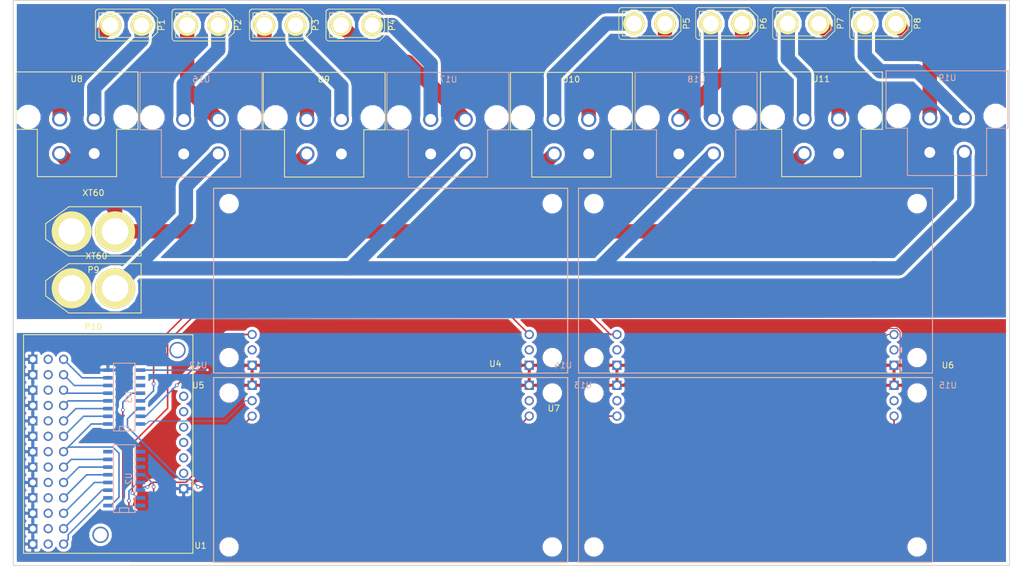
<source format=kicad_pcb>
(kicad_pcb (version 4) (host pcbnew 4.0.7-e2-6376~58~ubuntu16.04.1)
  (layers (0 F.Cu signal) (31 B.Cu signal) (34 B.Paste user) (35 F.Paste user) (36 B.SilkS user) (37 F.SilkS user) (38 B.Mask user) (39 F.Mask user) (44 Edge.Cuts user))
  (net 0 "")
  (net 1 /OUTB_0)
  (net 2 /OUTA_0)
  (net 3 /OUTB_4)
  (net 4 /OUTA_4)
  (net 5 /OUTB_1)
  (net 6 /OUTA_1)
  (net 7 /OUTB_5)
  (net 8 /OUTA_5)
  (net 9 /OUTB_2)
  (net 10 /OUTA_2)
  (net 11 /OUTB_6)
  (net 12 /OUTA_6)
  (net 13 /OUTB_3)
  (net 14 /OUTA_3)
  (net 15 /OUTB_7)
  (net 16 /OUTA_7)
  (net 17 "Net-(U2-Pad16)")
  (net 18 /signal1)
  (net 19 /signal2)
  (net 20 /signal3)
  (net 21 /signal4)
  (net 22 /signal5)
  (net 23 GNDA)
  (net 24 GNDD)
  (net 25 +5V)
  (net 26 /signal0)
  (net 27 /signal7)
  (net 28 /signal8)
  (net 29 /signal9)
  (net 30 /signal10)
  (net 31 /signal11)
  (net 32 /BATTIN_0)
  (net 33 /BATTIN_1)
  (net 34 "Net-(U1-Pad11)")
  (net 35 "Net-(U1-Pad12)")
  (net 36 "Net-(U1-Pad13)")
  (net 37 "Net-(U1-Pad14)")
  (net 38 "Net-(U1-Pad15)")
  (net 39 "Net-(U1-Pad16)")
  (net 40 "Net-(U1-Pad17)")
  (net 41 "Net-(U1-Pad18)")
  (net 42 "Net-(U1-Pad19)")
  (net 43 "Net-(U1-Pad20)")
  (net 44 "Net-(U1-Pad21)")
  (net 45 "Net-(U1-Pad22)")
  (net 46 "Net-(U6-Pad1)")
  (net 47 "Net-(U7-Pad1)")
  (net 48 "Net-(U12-Pad1)")
  (net 49 "Net-(U13-Pad1)")
  (net 50 "Net-(U14-Pad1)")
  (net 51 "Net-(U15-Pad1)")
  (net 52 "Net-(U1-Pad8)")
  (net 53 "Net-(U1-Pad7)")
  (net 54 "Net-(U1-Pad6)")
  (net 55 "Net-(U1-Pad5)")
  (net 56 "Net-(U1-Pad4)")
  (net 57 "Net-(U1-Pad1)")
  (net 58 /signal6)
  (net 59 /BATTGND)
  (net 60 "Net-(U4-Pad1)")
  (module zeabus:PowerDist_WiretoBoard (layer F.Cu) (at 88.84 66.69)
    (fp_text reference U9 (at 12.394 3.231) (layer F.SilkS))
    (fp_text value PowerDist_WiretoBoard)
    (pad 3 thru_hole circle (at 9.6 9.835) (size 2.5 2.5) (drill 1.8) (layers *.Cu *.Mask) (net 6 /OUTA_1))
    (pad 4 thru_hole circle (at 15.3 9.835) (size 2.5 2.5) (drill 1.8) (layers *.Cu *.Mask) (net 5 /OUTB_1))
    (pad 1 thru_hole circle (at 9.6 15.535) (size 2.5 2.5) (drill 1.8) (layers *.Cu *.Mask) (net 32 /BATTIN_0))
    (pad 2 thru_hole circle (at 15.3 15.535) (size 2.5 2.5) (drill 1.8) (layers *.Cu *.Mask) (net 59 /BATTGND))
    (pad "" np_thru_hole circle (at 20.47 9.51) (size 3 3) (drill 3) (layers *.Cu *.Mask))
    (pad "" np_thru_hole circle (at 4.43 9.51) (size 3 3) (drill 3) (layers *.Cu *.Mask))
  )
  (module zeabus:Pololu_Maestro12 (layer F.Cu) (at 79.63399 148.114324 180)
    (fp_text reference U1 (at -1.27 1.27 180) (layer F.SilkS))
    (fp_text value Pololu_Maestro12)
    (pad "" np_thru_hole circle (at 2.54 33.528 180) (size 2.6924 2.6924) (drill 2.1844) (layers *.Cu *.Mask))
    (pad "" np_thru_hole circle (at 15.24 3.048 180) (size 2.6924 2.6924) (drill 2.1844) (layers *.Cu *.Mask))
    (pad 9 thru_hole rect (at 26.416 1.524 180) (size 1.524 1.524) (drill 1.016) (layers *.Cu *.Mask) (net 24 GNDD))
    (pad 11 thru_hole circle (at 21.336 1.524 180) (size 1.524 1.524) (drill 1.016) (layers *.Cu *.Mask) (net 34 "Net-(U1-Pad11)"))
    (pad 8 thru_hole circle (at 1.524 25.908 180) (size 1.524 1.524) (drill 1.016) (layers *.Cu *.Mask) (net 52 "Net-(U1-Pad8)"))
    (pad 7 thru_hole circle (at 1.524 23.368 180) (size 1.524 1.524) (drill 1.016) (layers *.Cu *.Mask) (net 53 "Net-(U1-Pad7)"))
    (pad 6 thru_hole circle (at 1.524 20.828 180) (size 1.524 1.524) (drill 1.016) (layers *.Cu *.Mask) (net 54 "Net-(U1-Pad6)"))
    (pad 5 thru_hole circle (at 1.524 18.288 180) (size 1.524 1.524) (drill 1.016) (layers *.Cu *.Mask) (net 55 "Net-(U1-Pad5)"))
    (pad 4 thru_hole circle (at 1.524 15.748 180) (size 1.524 1.524) (drill 1.016) (layers *.Cu *.Mask) (net 56 "Net-(U1-Pad4)"))
    (pad 1 thru_hole circle (at 1.524 13.208 180) (size 1.524 1.524) (drill 1.016) (layers *.Cu *.Mask) (net 57 "Net-(U1-Pad1)"))
    (pad 10 thru_hole rect (at 1.524 10.668 180) (size 1.524 1.524) (drill 1.016) (layers *.Cu *.Mask) (net 24 GNDD))
    (pad "" thru_hole circle (at 23.876 1.524 180) (size 1.524 1.524) (drill 1.016) (layers *.Cu *.Mask))
    (pad 12 thru_hole circle (at 21.336 4.064 180) (size 1.524 1.524) (drill 1.016) (layers *.Cu *.Mask) (net 35 "Net-(U1-Pad12)"))
    (pad "" thru_hole circle (at 23.876 4.064 180) (size 1.524 1.524) (drill 1.016) (layers *.Cu *.Mask))
    (pad 13 thru_hole circle (at 21.336 6.604 180) (size 1.524 1.524) (drill 1.016) (layers *.Cu *.Mask) (net 36 "Net-(U1-Pad13)"))
    (pad "" thru_hole circle (at 23.876 6.604 180) (size 1.524 1.524) (drill 1.016) (layers *.Cu *.Mask))
    (pad 14 thru_hole circle (at 21.336 9.144 180) (size 1.524 1.524) (drill 1.016) (layers *.Cu *.Mask) (net 37 "Net-(U1-Pad14)"))
    (pad "" thru_hole circle (at 23.876 9.144 180) (size 1.524 1.524) (drill 1.016) (layers *.Cu *.Mask))
    (pad 15 thru_hole circle (at 21.336 11.684 180) (size 1.524 1.524) (drill 1.016) (layers *.Cu *.Mask) (net 38 "Net-(U1-Pad15)"))
    (pad "" thru_hole circle (at 23.876 11.684 180) (size 1.524 1.524) (drill 1.016) (layers *.Cu *.Mask))
    (pad 16 thru_hole circle (at 21.336 14.224 180) (size 1.524 1.524) (drill 1.016) (layers *.Cu *.Mask) (net 39 "Net-(U1-Pad16)"))
    (pad "" thru_hole circle (at 23.876 14.224 180) (size 1.524 1.524) (drill 1.016) (layers *.Cu *.Mask))
    (pad 3 thru_hole circle (at 21.336 16.764 180) (size 1.524 1.524) (drill 1.016) (layers *.Cu *.Mask) (net 25 +5V))
    (pad "" thru_hole circle (at 23.876 16.764 180) (size 1.524 1.524) (drill 1.016) (layers *.Cu *.Mask))
    (pad 17 thru_hole circle (at 21.336 19.304 180) (size 1.524 1.524) (drill 1.016) (layers *.Cu *.Mask) (net 40 "Net-(U1-Pad17)"))
    (pad "" thru_hole circle (at 23.876 19.304 180) (size 1.524 1.524) (drill 1.016) (layers *.Cu *.Mask))
    (pad 18 thru_hole circle (at 21.336 21.844 180) (size 1.524 1.524) (drill 1.016) (layers *.Cu *.Mask) (net 41 "Net-(U1-Pad18)"))
    (pad "" thru_hole circle (at 23.876 21.844 180) (size 1.524 1.524) (drill 1.016) (layers *.Cu *.Mask))
    (pad 19 thru_hole circle (at 21.336 24.384 180) (size 1.524 1.524) (drill 1.016) (layers *.Cu *.Mask) (net 42 "Net-(U1-Pad19)"))
    (pad "" thru_hole circle (at 23.876 24.384 180) (size 1.524 1.524) (drill 1.016) (layers *.Cu *.Mask))
    (pad 20 thru_hole circle (at 21.336 26.924 180) (size 1.524 1.524) (drill 1.016) (layers *.Cu *.Mask) (net 43 "Net-(U1-Pad20)"))
    (pad "" thru_hole circle (at 23.876 26.924 180) (size 1.524 1.524) (drill 1.016) (layers *.Cu *.Mask))
    (pad 21 thru_hole circle (at 21.336 29.464 180) (size 1.524 1.524) (drill 1.016) (layers *.Cu *.Mask) (net 44 "Net-(U1-Pad21)"))
    (pad "" thru_hole circle (at 23.876 29.464 180) (size 1.524 1.524) (drill 1.016) (layers *.Cu *.Mask))
    (pad 22 thru_hole circle (at 21.336 32.004 180) (size 1.524 1.524) (drill 1.016) (layers *.Cu *.Mask) (net 45 "Net-(U1-Pad22)"))
    (pad "" thru_hole circle (at 23.876 32.004 180) (size 1.524 1.524) (drill 1.016) (layers *.Cu *.Mask))
    (pad 9 thru_hole rect (at 26.416 4.064 180) (size 1.524 1.524) (drill 1.016) (layers *.Cu *.Mask) (net 24 GNDD))
    (pad 9 thru_hole rect (at 26.416 6.604 180) (size 1.524 1.524) (drill 1.016) (layers *.Cu *.Mask) (net 24 GNDD))
    (pad 9 thru_hole rect (at 26.416 9.144 180) (size 1.524 1.524) (drill 1.016) (layers *.Cu *.Mask) (net 24 GNDD))
    (pad 9 thru_hole rect (at 26.416 11.684 180) (size 1.524 1.524) (drill 1.016) (layers *.Cu *.Mask) (net 24 GNDD))
    (pad 9 thru_hole rect (at 26.416 14.224 180) (size 1.524 1.524) (drill 1.016) (layers *.Cu *.Mask) (net 24 GNDD))
    (pad 9 thru_hole rect (at 26.416 16.764 180) (size 1.524 1.524) (drill 1.016) (layers *.Cu *.Mask) (net 24 GNDD))
    (pad 9 thru_hole rect (at 26.416 19.304 180) (size 1.524 1.524) (drill 1.016) (layers *.Cu *.Mask) (net 24 GNDD))
    (pad 9 thru_hole rect (at 26.416 21.844 180) (size 1.524 1.524) (drill 1.016) (layers *.Cu *.Mask) (net 24 GNDD))
    (pad 9 thru_hole rect (at 26.416 24.384 180) (size 1.524 1.524) (drill 1.016) (layers *.Cu *.Mask) (net 24 GNDD))
    (pad 9 thru_hole rect (at 26.416 26.924 180) (size 1.524 1.524) (drill 1.016) (layers *.Cu *.Mask) (net 24 GNDD))
    (pad 9 thru_hole rect (at 26.416 29.464 180) (size 1.524 1.524) (drill 1.016) (layers *.Cu *.Mask) (net 24 GNDD))
    (pad 9 thru_hole rect (at 26.416 32.004 180) (size 1.524 1.524) (drill 1.016) (layers *.Cu *.Mask) (net 24 GNDD))
  )
  (module zeabus:XT30 (layer F.Cu) (at 68.3768 60.96 270)
    (fp_text reference P1 (at 0 -6.096 270) (layer F.SilkS))
    (fp_text value XT30)
    (pad 2 thru_hole circle (at 0 -2.794 270) (size 3.556 3.556) (drill 2.54) (layers *.Cu *.Mask F.SilkS) (net 1 /OUTB_0))
    (pad 1 thru_hole circle (at 0 2.3368 270) (size 3.556 3.556) (drill 2.6416) (layers *.Cu *.Mask F.SilkS) (net 2 /OUTA_0))
  )
  (module zeabus:XT30 (layer F.Cu) (at 81.026 60.96 270)
    (fp_text reference P2 (at 0 -6.0452 270) (layer F.SilkS))
    (fp_text value XT30)
    (pad 2 thru_hole circle (at 0 -2.794 270) (size 3.556 3.556) (drill 2.54) (layers *.Cu *.Mask F.SilkS) (net 3 /OUTB_4))
    (pad 1 thru_hole circle (at 0 2.3368 270) (size 3.556 3.556) (drill 2.6416) (layers *.Cu *.Mask F.SilkS) (net 4 /OUTA_4))
  )
  (module zeabus:XT30 (layer F.Cu) (at 93.7768 60.96 270)
    (fp_text reference P3 (at 0 -6.096 270) (layer F.SilkS))
    (fp_text value XT30)
    (pad 2 thru_hole circle (at 0 -2.794 270) (size 3.556 3.556) (drill 2.54) (layers *.Cu *.Mask F.SilkS) (net 5 /OUTB_1))
    (pad 1 thru_hole circle (at 0 2.3368 270) (size 3.556 3.556) (drill 2.6416) (layers *.Cu *.Mask F.SilkS) (net 6 /OUTA_1))
  )
  (module zeabus:XT30 (layer F.Cu) (at 106.426 60.96 270)
    (fp_text reference P4 (at 0 -6.096 270) (layer F.SilkS))
    (fp_text value XT30)
    (pad 2 thru_hole circle (at 0 -2.794 270) (size 3.556 3.556) (drill 2.54) (layers *.Cu *.Mask F.SilkS) (net 7 /OUTB_5))
    (pad 1 thru_hole circle (at 0 2.3368 270) (size 3.556 3.556) (drill 2.6416) (layers *.Cu *.Mask F.SilkS) (net 8 /OUTA_5))
  )
  (module zeabus:XT30 (layer F.Cu) (at 154.7368 60.706 270)
    (fp_text reference P5 (at 0 -6.35 270) (layer F.SilkS))
    (fp_text value XT30)
    (pad 2 thru_hole circle (at 0 -2.794 270) (size 3.556 3.556) (drill 2.54) (layers *.Cu *.Mask F.SilkS) (net 9 /OUTB_2))
    (pad 1 thru_hole circle (at 0 2.3368 270) (size 3.556 3.556) (drill 2.6416) (layers *.Cu *.Mask F.SilkS) (net 10 /OUTA_2))
  )
  (module zeabus:XT30 (layer F.Cu) (at 167.4368 60.706 270)
    (fp_text reference P6 (at 0 -6.35 270) (layer F.SilkS))
    (fp_text value XT30)
    (pad 2 thru_hole circle (at 0 -2.794 270) (size 3.556 3.556) (drill 2.54) (layers *.Cu *.Mask F.SilkS) (net 11 /OUTB_6))
    (pad 1 thru_hole circle (at 0 2.3368 270) (size 3.556 3.556) (drill 2.6416) (layers *.Cu *.Mask F.SilkS) (net 12 /OUTA_6))
  )
  (module zeabus:XT30 (layer F.Cu) (at 180.1368 60.706 270)
    (fp_text reference P7 (at 0 -6.35 270) (layer F.SilkS))
    (fp_text value XT30)
    (pad 2 thru_hole circle (at 0 -2.794 270) (size 3.556 3.556) (drill 2.54) (layers *.Cu *.Mask F.SilkS) (net 13 /OUTB_3))
    (pad 1 thru_hole circle (at 0 2.3368 270) (size 3.556 3.556) (drill 2.6416) (layers *.Cu *.Mask F.SilkS) (net 14 /OUTA_3))
  )
  (module zeabus:XT30 (layer F.Cu) (at 192.8368 60.706 270)
    (fp_text reference P8 (at 0 -6.35 270) (layer F.SilkS))
    (fp_text value XT30)
    (pad 2 thru_hole circle (at 0 -2.794 270) (size 3.556 3.556) (drill 2.54) (layers *.Cu *.Mask F.SilkS) (net 15 /OUTB_7))
    (pad 1 thru_hole circle (at 0 2.3368 270) (size 3.556 3.556) (drill 2.6416) (layers *.Cu *.Mask F.SilkS) (net 16 /OUTA_7))
  )
  (module zeabus:XT60 (layer F.Cu) (at 63.2206 94.996 180)
    (fp_text reference P9 (at 0 -6.35 180) (layer F.SilkS))
    (fp_text value XT60 (at 0 6.35 180) (layer F.SilkS))
    (pad 1 thru_hole circle (at -3.5814 0 180) (size 6.604 6.604) (drill 4.3688) (layers *.Cu *.Mask F.SilkS) (net 32 /BATTIN_0))
    (pad 2 thru_hole circle (at 3.5814 0 180) (size 6.604 6.604) (drill 4.3688) (layers *.Cu *.Mask F.SilkS) (net 59 /BATTGND))
  )
  (module zeabus:XT60 (layer F.Cu) (at 63.2206 104.394 180)
    (fp_text reference P10 (at 0 -6.35 180) (layer F.SilkS))
    (fp_text value XT60 (at -0.508 5.334 180) (layer F.SilkS))
    (pad 1 thru_hole circle (at -3.5814 0 180) (size 6.604 6.604) (drill 4.3688) (layers *.Cu *.Mask F.SilkS) (net 33 /BATTIN_1))
    (pad 2 thru_hole circle (at 3.5814 0 180) (size 6.604 6.604) (drill 4.3688) (layers *.Cu *.Mask F.SilkS) (net 59 /BATTGND))
  )
  (module zeabus:Narrow-SOIC-16 (layer B.Cu) (at 68.30399 135.795324 90)
    (fp_text reference U2 (at 0 0.762 90) (layer B.SilkS) (effects (justify mirror)))
    (fp_text value Si8660BA-B-IS1)
    (pad 16 smd rect (at -4.445 2.694 90) (size 0.6 1.55) (layers B.Cu B.Paste B.Mask) (net 17 "Net-(U2-Pad16)"))
    (pad 14 smd rect (at -1.905 2.694 90) (size 0.6 1.55) (layers B.Cu B.Paste B.Mask) (net 18 /signal1))
    (pad 13 smd rect (at -0.635 2.694 90) (size 0.6 1.55) (layers B.Cu B.Paste B.Mask) (net 19 /signal2))
    (pad 12 smd rect (at 0.635 2.694 90) (size 0.6 1.55) (layers B.Cu B.Paste B.Mask) (net 20 /signal3))
    (pad 11 smd rect (at 1.905 2.694 90) (size 0.6 1.55) (layers B.Cu B.Paste B.Mask) (net 21 /signal4))
    (pad 10 smd rect (at 3.175 2.694 90) (size 0.6 1.55) (layers B.Cu B.Paste B.Mask) (net 22 /signal5))
    (pad 9 smd rect (at 4.445 2.694 90) (size 0.6 1.55) (layers B.Cu B.Paste B.Mask) (net 23 GNDA))
    (pad 8 smd rect (at 4.445 -2.694 90) (size 0.6 1.55) (layers B.Cu B.Paste B.Mask) (net 24 GNDD))
    (pad 7 smd rect (at 3.175 -2.694 90) (size 0.6 1.55) (layers B.Cu B.Paste B.Mask) (net 39 "Net-(U1-Pad16)"))
    (pad 6 smd rect (at 1.905 -2.694 90) (size 0.6 1.55) (layers B.Cu B.Paste B.Mask) (net 38 "Net-(U1-Pad15)"))
    (pad 5 smd rect (at 0.635 -2.694 90) (size 0.6 1.55) (layers B.Cu B.Paste B.Mask) (net 37 "Net-(U1-Pad14)"))
    (pad 4 smd rect (at -0.635 -2.694 90) (size 0.6 1.55) (layers B.Cu B.Paste B.Mask) (net 36 "Net-(U1-Pad13)"))
    (pad 3 smd rect (at -1.905 -2.694 90) (size 0.6 1.55) (layers B.Cu B.Paste B.Mask) (net 35 "Net-(U1-Pad12)"))
    (pad 2 smd rect (at -3.175 -2.694 90) (size 0.6 1.55) (layers B.Cu B.Paste B.Mask) (net 34 "Net-(U1-Pad11)"))
    (pad 1 smd rect (at -4.445 -2.694 90) (size 0.6 1.55) (layers B.Cu B.Paste B.Mask) (net 25 +5V))
    (pad 15 smd rect (at -3.175 2.694 90) (size 0.6 1.55) (layers B.Cu B.Paste B.Mask) (net 26 /signal0))
  )
  (module zeabus:Narrow-SOIC-16 (layer B.Cu) (at 68.30399 122.333324 90)
    (fp_text reference U3 (at 0 0.762 90) (layer B.SilkS) (effects (justify mirror)))
    (fp_text value Si8660BA-B-IS1)
    (pad 16 smd rect (at -4.445 2.694 90) (size 0.6 1.55) (layers B.Cu B.Paste B.Mask) (net 17 "Net-(U2-Pad16)"))
    (pad 14 smd rect (at -1.905 2.694 90) (size 0.6 1.55) (layers B.Cu B.Paste B.Mask) (net 27 /signal7))
    (pad 13 smd rect (at -0.635 2.694 90) (size 0.6 1.55) (layers B.Cu B.Paste B.Mask) (net 28 /signal8))
    (pad 12 smd rect (at 0.635 2.694 90) (size 0.6 1.55) (layers B.Cu B.Paste B.Mask) (net 29 /signal9))
    (pad 11 smd rect (at 1.905 2.694 90) (size 0.6 1.55) (layers B.Cu B.Paste B.Mask) (net 30 /signal10))
    (pad 10 smd rect (at 3.175 2.694 90) (size 0.6 1.55) (layers B.Cu B.Paste B.Mask) (net 31 /signal11))
    (pad 9 smd rect (at 4.445 2.694 90) (size 0.6 1.55) (layers B.Cu B.Paste B.Mask) (net 23 GNDA))
    (pad 8 smd rect (at 4.445 -2.694 90) (size 0.6 1.55) (layers B.Cu B.Paste B.Mask) (net 24 GNDD))
    (pad 7 smd rect (at 3.175 -2.694 90) (size 0.6 1.55) (layers B.Cu B.Paste B.Mask) (net 45 "Net-(U1-Pad22)"))
    (pad 6 smd rect (at 1.905 -2.694 90) (size 0.6 1.55) (layers B.Cu B.Paste B.Mask) (net 44 "Net-(U1-Pad21)"))
    (pad 5 smd rect (at 0.635 -2.694 90) (size 0.6 1.55) (layers B.Cu B.Paste B.Mask) (net 43 "Net-(U1-Pad20)"))
    (pad 4 smd rect (at -0.635 -2.694 90) (size 0.6 1.55) (layers B.Cu B.Paste B.Mask) (net 42 "Net-(U1-Pad19)"))
    (pad 3 smd rect (at -1.905 -2.694 90) (size 0.6 1.55) (layers B.Cu B.Paste B.Mask) (net 41 "Net-(U1-Pad18)"))
    (pad 2 smd rect (at -3.175 -2.694 90) (size 0.6 1.55) (layers B.Cu B.Paste B.Mask) (net 40 "Net-(U1-Pad17)"))
    (pad 1 smd rect (at -4.445 -2.694 90) (size 0.6 1.55) (layers B.Cu B.Paste B.Mask) (net 25 +5V))
    (pad 15 smd rect (at -3.175 2.694 90) (size 0.6 1.55) (layers B.Cu B.Paste B.Mask) (net 58 /signal6))
  )
  (module zeabus:pololu_motorcontroller24v23 (layer F.Cu) (at 141.478 118.364 180)
    (fp_text reference U4 (at 11.938 1.524 180) (layer F.SilkS))
    (fp_text value Pololu_SimpleMotorController24v23_withnoPowerDist)
    (pad "" np_thru_hole circle (at 2.54 27.94 270) (size 2.1844 2.1844) (drill 2.1844) (layers *.Cu *.Mask))
    (pad "" np_thru_hole circle (at 2.54 2.54 270) (size 2.1844 2.1844) (drill 2.1844) (layers *.Cu *.Mask))
    (pad 3 thru_hole rect (at 6.35 1.27 180) (size 1.524 1.524) (drill 1.016) (layers *.Cu *.Mask) (net 23 GNDA))
    (pad 1 thru_hole circle (at 6.35 3.81 180) (size 1.524 1.524) (drill 1.016) (layers *.Cu *.Mask) (net 60 "Net-(U4-Pad1)"))
    (pad 2 thru_hole circle (at 6.35 6.35 180) (size 1.524 1.524) (drill 1.016) (layers *.Cu *.Mask) (net 26 /signal0))
    (pad "" np_thru_hole circle (at 55.88 27.94 270) (size 2.1844 2.1844) (drill 2.1844) (layers *.Cu *.Mask))
  )
  (module zeabus:pololu_motorcontroller24v23 (layer F.Cu) (at 83.058 119.126786)
    (fp_text reference U5 (at -2.54 1.27) (layer F.SilkS))
    (fp_text value Pololu_SimpleMotorController24v23_withnoPowerDist)
    (pad "" np_thru_hole circle (at 2.54 27.94 90) (size 2.1844 2.1844) (drill 2.1844) (layers *.Cu *.Mask))
    (pad "" np_thru_hole circle (at 2.54 2.54 90) (size 2.1844 2.1844) (drill 2.1844) (layers *.Cu *.Mask))
    (pad 3 thru_hole rect (at 6.35 1.27) (size 1.524 1.524) (drill 1.016) (layers *.Cu *.Mask) (net 23 GNDA))
    (pad 1 thru_hole circle (at 6.35 3.81) (size 1.524 1.524) (drill 1.016) (layers *.Cu *.Mask) (net 17 "Net-(U2-Pad16)"))
    (pad 2 thru_hole circle (at 6.35 6.35) (size 1.524 1.524) (drill 1.016) (layers *.Cu *.Mask) (net 18 /signal1))
    (pad "" np_thru_hole circle (at 55.88 27.94 90) (size 2.1844 2.1844) (drill 2.1844) (layers *.Cu *.Mask))
  )
  (module zeabus:pololu_motorcontroller24v23 (layer F.Cu) (at 201.676 118.364 180)
    (fp_text reference U6 (at -2.54 1.27 180) (layer F.SilkS))
    (fp_text value Pololu_SimpleMotorController24v23_withnoPowerDist)
    (pad "" np_thru_hole circle (at 2.54 27.94 270) (size 2.1844 2.1844) (drill 2.1844) (layers *.Cu *.Mask))
    (pad "" np_thru_hole circle (at 2.54 2.54 270) (size 2.1844 2.1844) (drill 2.1844) (layers *.Cu *.Mask))
    (pad 3 thru_hole rect (at 6.35 1.27 180) (size 1.524 1.524) (drill 1.016) (layers *.Cu *.Mask) (net 23 GNDA))
    (pad 1 thru_hole circle (at 6.35 3.81 180) (size 1.524 1.524) (drill 1.016) (layers *.Cu *.Mask) (net 46 "Net-(U6-Pad1)"))
    (pad 2 thru_hole circle (at 6.35 6.35 180) (size 1.524 1.524) (drill 1.016) (layers *.Cu *.Mask) (net 19 /signal2))
    (pad "" np_thru_hole circle (at 55.88 27.94 270) (size 2.1844 2.1844) (drill 2.1844) (layers *.Cu *.Mask))
  )
  (module zeabus:pololu_motorcontroller24v23 (layer F.Cu) (at 143.256 119.126)
    (fp_text reference U7 (at -4.064 5.08) (layer F.SilkS))
    (fp_text value Pololu_SimpleMotorController24v23_withnoPowerDist)
    (pad "" np_thru_hole circle (at 2.54 27.94 90) (size 2.1844 2.1844) (drill 2.1844) (layers *.Cu *.Mask))
    (pad "" np_thru_hole circle (at 2.54 2.54 90) (size 2.1844 2.1844) (drill 2.1844) (layers *.Cu *.Mask))
    (pad 3 thru_hole rect (at 6.35 1.27) (size 1.524 1.524) (drill 1.016) (layers *.Cu *.Mask) (net 23 GNDA))
    (pad 1 thru_hole circle (at 6.35 3.81) (size 1.524 1.524) (drill 1.016) (layers *.Cu *.Mask) (net 47 "Net-(U7-Pad1)"))
    (pad 2 thru_hole circle (at 6.35 6.35) (size 1.524 1.524) (drill 1.016) (layers *.Cu *.Mask) (net 20 /signal3))
    (pad "" np_thru_hole circle (at 55.88 27.94 90) (size 2.1844 2.1844) (drill 2.1844) (layers *.Cu *.Mask))
  )
  (module zeabus:pololu_motorcontroller24v23 (layer B.Cu) (at 83.058 118.364)
    (fp_text reference U12 (at -2.54 -1.27) (layer B.SilkS) (effects (justify mirror)))
    (fp_text value Pololu_SimpleMotorController24v23_withnoPowerDist)
    (pad "" np_thru_hole circle (at 2.54 -27.94 270) (size 2.1844 2.1844) (drill 2.1844) (layers *.Cu *.Mask))
    (pad "" np_thru_hole circle (at 2.54 -2.54 270) (size 2.1844 2.1844) (drill 2.1844) (layers *.Cu *.Mask))
    (pad 3 thru_hole rect (at 6.35 -1.27) (size 1.524 1.524) (drill 1.016) (layers *.Cu *.Mask) (net 23 GNDA))
    (pad 1 thru_hole circle (at 6.35 -3.81) (size 1.524 1.524) (drill 1.016) (layers *.Cu *.Mask) (net 48 "Net-(U12-Pad1)"))
    (pad 2 thru_hole circle (at 6.35 -6.35) (size 1.524 1.524) (drill 1.016) (layers *.Cu *.Mask) (net 58 /signal6))
    (pad "" np_thru_hole circle (at 55.88 -27.94 270) (size 2.1844 2.1844) (drill 2.1844) (layers *.Cu *.Mask))
  )
  (module zeabus:pololu_motorcontroller24v23 (layer B.Cu) (at 141.478 119.126786 180)
    (fp_text reference U13 (at -2.54 -1.27 180) (layer B.SilkS) (effects (justify mirror)))
    (fp_text value Pololu_SimpleMotorController24v23_withnoPowerDist)
    (pad "" np_thru_hole circle (at 2.54 -27.94 90) (size 2.1844 2.1844) (drill 2.1844) (layers *.Cu *.Mask))
    (pad "" np_thru_hole circle (at 2.54 -2.54 90) (size 2.1844 2.1844) (drill 2.1844) (layers *.Cu *.Mask))
    (pad 3 thru_hole rect (at 6.35 -1.27 180) (size 1.524 1.524) (drill 1.016) (layers *.Cu *.Mask) (net 23 GNDA))
    (pad 1 thru_hole circle (at 6.35 -3.81 180) (size 1.524 1.524) (drill 1.016) (layers *.Cu *.Mask) (net 49 "Net-(U13-Pad1)"))
    (pad 2 thru_hole circle (at 6.35 -6.35 180) (size 1.524 1.524) (drill 1.016) (layers *.Cu *.Mask) (net 27 /signal7))
    (pad "" np_thru_hole circle (at 55.88 -27.94 90) (size 2.1844 2.1844) (drill 2.1844) (layers *.Cu *.Mask))
  )
  (module zeabus:pololu_motorcontroller24v23 (layer B.Cu) (at 143.256 118.364)
    (fp_text reference U14 (at -2.54 -1.27) (layer B.SilkS) (effects (justify mirror)))
    (fp_text value Pololu_SimpleMotorController24v23_withnoPowerDist)
    (pad "" np_thru_hole circle (at 2.54 -27.94 270) (size 2.1844 2.1844) (drill 2.1844) (layers *.Cu *.Mask))
    (pad "" np_thru_hole circle (at 2.54 -2.54 270) (size 2.1844 2.1844) (drill 2.1844) (layers *.Cu *.Mask))
    (pad 3 thru_hole rect (at 6.35 -1.27) (size 1.524 1.524) (drill 1.016) (layers *.Cu *.Mask) (net 23 GNDA))
    (pad 1 thru_hole circle (at 6.35 -3.81) (size 1.524 1.524) (drill 1.016) (layers *.Cu *.Mask) (net 50 "Net-(U14-Pad1)"))
    (pad 2 thru_hole circle (at 6.35 -6.35) (size 1.524 1.524) (drill 1.016) (layers *.Cu *.Mask) (net 28 /signal8))
    (pad "" np_thru_hole circle (at 55.88 -27.94 270) (size 2.1844 2.1844) (drill 2.1844) (layers *.Cu *.Mask))
  )
  (module zeabus:pololu_motorcontroller24v23 (layer B.Cu) (at 201.676 119.126 180)
    (fp_text reference U15 (at -2.54 -1.27 180) (layer B.SilkS) (effects (justify mirror)))
    (fp_text value Pololu_SimpleMotorController24v23_withnoPowerDist)
    (pad "" np_thru_hole circle (at 2.54 -27.94 90) (size 2.1844 2.1844) (drill 2.1844) (layers *.Cu *.Mask))
    (pad "" np_thru_hole circle (at 2.54 -2.54 90) (size 2.1844 2.1844) (drill 2.1844) (layers *.Cu *.Mask))
    (pad 3 thru_hole rect (at 6.35 -1.27 180) (size 1.524 1.524) (drill 1.016) (layers *.Cu *.Mask) (net 23 GNDA))
    (pad 1 thru_hole circle (at 6.35 -3.81 180) (size 1.524 1.524) (drill 1.016) (layers *.Cu *.Mask) (net 51 "Net-(U15-Pad1)"))
    (pad 2 thru_hole circle (at 6.35 -6.35 180) (size 1.524 1.524) (drill 1.016) (layers *.Cu *.Mask) (net 29 /signal9))
    (pad "" np_thru_hole circle (at 55.88 -27.94 90) (size 2.1844 2.1844) (drill 2.1844) (layers *.Cu *.Mask))
  )
  (module zeabus:PowerDist_WiretoBoard (layer B.Cu) (at 216.52 66.436 180)
    (fp_text reference U19 (at 12.394 -3.231 180) (layer B.SilkS) (effects (justify mirror)))
    (fp_text value PowerDist_WiretoBoard)
    (pad 3 thru_hole circle (at 9.6 -9.835 180) (size 2.5 2.5) (drill 1.8) (layers *.Cu *.Mask) (net 16 /OUTA_7))
    (pad 4 thru_hole circle (at 15.3 -9.835 180) (size 2.5 2.5) (drill 1.8) (layers *.Cu *.Mask) (net 15 /OUTB_7))
    (pad 1 thru_hole circle (at 9.6 -15.535 180) (size 2.5 2.5) (drill 1.8) (layers *.Cu *.Mask) (net 33 /BATTIN_1))
    (pad 2 thru_hole circle (at 15.3 -15.535 180) (size 2.5 2.5) (drill 1.8) (layers *.Cu *.Mask) (net 59 /BATTGND))
    (pad "" np_thru_hole circle (at 20.47 -9.51 180) (size 3 3) (drill 3) (layers *.Cu *.Mask))
    (pad "" np_thru_hole circle (at 4.43 -9.51 180) (size 3 3) (drill 3) (layers *.Cu *.Mask))
  )
  (module zeabus:PowerDist_WiretoBoard (layer B.Cu) (at 175.118 66.69 180)
    (fp_text reference U18 (at 12.394 -3.231 180) (layer B.SilkS) (effects (justify mirror)))
    (fp_text value PowerDist_WiretoBoard)
    (pad 3 thru_hole circle (at 9.6 -9.835 180) (size 2.5 2.5) (drill 1.8) (layers *.Cu *.Mask) (net 12 /OUTA_6))
    (pad 4 thru_hole circle (at 15.3 -9.835 180) (size 2.5 2.5) (drill 1.8) (layers *.Cu *.Mask) (net 11 /OUTB_6))
    (pad 1 thru_hole circle (at 9.6 -15.535 180) (size 2.5 2.5) (drill 1.8) (layers *.Cu *.Mask) (net 33 /BATTIN_1))
    (pad 2 thru_hole circle (at 15.3 -15.535 180) (size 2.5 2.5) (drill 1.8) (layers *.Cu *.Mask) (net 59 /BATTGND))
    (pad "" np_thru_hole circle (at 20.47 -9.51 180) (size 3 3) (drill 3) (layers *.Cu *.Mask))
    (pad "" np_thru_hole circle (at 4.43 -9.51 180) (size 3 3) (drill 3) (layers *.Cu *.Mask))
  )
  (module zeabus:PowerDist_WiretoBoard (layer B.Cu) (at 134.172 66.69 180)
    (fp_text reference U17 (at 12.394 -3.231 180) (layer B.SilkS) (effects (justify mirror)))
    (fp_text value PowerDist_WiretoBoard)
    (pad 3 thru_hole circle (at 9.6 -9.835 180) (size 2.5 2.5) (drill 1.8) (layers *.Cu *.Mask) (net 8 /OUTA_5))
    (pad 4 thru_hole circle (at 15.3 -9.835 180) (size 2.5 2.5) (drill 1.8) (layers *.Cu *.Mask) (net 7 /OUTB_5))
    (pad 1 thru_hole circle (at 9.6 -15.535 180) (size 2.5 2.5) (drill 1.8) (layers *.Cu *.Mask) (net 33 /BATTIN_1))
    (pad 2 thru_hole circle (at 15.3 -15.535 180) (size 2.5 2.5) (drill 1.8) (layers *.Cu *.Mask) (net 59 /BATTGND))
    (pad "" np_thru_hole circle (at 20.47 -9.51 180) (size 3 3) (drill 3) (layers *.Cu *.Mask))
    (pad "" np_thru_hole circle (at 4.43 -9.51 180) (size 3 3) (drill 3) (layers *.Cu *.Mask))
  )
  (module zeabus:PowerDist_WiretoBoard (layer B.Cu) (at 93.42 66.69 180)
    (fp_text reference U16 (at 12.394 -3.231 180) (layer B.SilkS) (effects (justify mirror)))
    (fp_text value PowerDist_WiretoBoard)
    (pad 3 thru_hole circle (at 9.6 -9.835 180) (size 2.5 2.5) (drill 1.8) (layers *.Cu *.Mask) (net 4 /OUTA_4))
    (pad 4 thru_hole circle (at 15.3 -9.835 180) (size 2.5 2.5) (drill 1.8) (layers *.Cu *.Mask) (net 3 /OUTB_4))
    (pad 1 thru_hole circle (at 9.6 -15.535 180) (size 2.5 2.5) (drill 1.8) (layers *.Cu *.Mask) (net 33 /BATTIN_1))
    (pad 2 thru_hole circle (at 15.3 -15.535 180) (size 2.5 2.5) (drill 1.8) (layers *.Cu *.Mask) (net 59 /BATTGND))
    (pad "" np_thru_hole circle (at 20.47 -9.51 180) (size 3 3) (drill 3) (layers *.Cu *.Mask))
    (pad "" np_thru_hole circle (at 4.43 -9.51 180) (size 3 3) (drill 3) (layers *.Cu *.Mask))
  )
  (module zeabus:PowerDist_WiretoBoard (layer F.Cu) (at 170.882 66.619)
    (fp_text reference U11 (at 12.394 3.231) (layer F.SilkS))
    (fp_text value PowerDist_WiretoBoard)
    (pad 3 thru_hole circle (at 9.6 9.835) (size 2.5 2.5) (drill 1.8) (layers *.Cu *.Mask) (net 14 /OUTA_3))
    (pad 4 thru_hole circle (at 15.3 9.835) (size 2.5 2.5) (drill 1.8) (layers *.Cu *.Mask) (net 13 /OUTB_3))
    (pad 1 thru_hole circle (at 9.6 15.535) (size 2.5 2.5) (drill 1.8) (layers *.Cu *.Mask) (net 32 /BATTIN_0))
    (pad 2 thru_hole circle (at 15.3 15.535) (size 2.5 2.5) (drill 1.8) (layers *.Cu *.Mask) (net 59 /BATTGND))
    (pad "" np_thru_hole circle (at 20.47 9.51) (size 3 3) (drill 3) (layers *.Cu *.Mask))
    (pad "" np_thru_hole circle (at 4.43 9.51) (size 3 3) (drill 3) (layers *.Cu *.Mask))
  )
  (module zeabus:PowerDist_WiretoBoard (layer F.Cu) (at 129.644 66.69)
    (fp_text reference U10 (at 12.394 3.231) (layer F.SilkS))
    (fp_text value PowerDist_WiretoBoard)
    (pad 3 thru_hole circle (at 9.6 9.835) (size 2.5 2.5) (drill 1.8) (layers *.Cu *.Mask) (net 10 /OUTA_2))
    (pad 4 thru_hole circle (at 15.3 9.835) (size 2.5 2.5) (drill 1.8) (layers *.Cu *.Mask) (net 9 /OUTB_2))
    (pad 1 thru_hole circle (at 9.6 15.535) (size 2.5 2.5) (drill 1.8) (layers *.Cu *.Mask) (net 32 /BATTIN_0))
    (pad 2 thru_hole circle (at 15.3 15.535) (size 2.5 2.5) (drill 1.8) (layers *.Cu *.Mask) (net 59 /BATTGND))
    (pad "" np_thru_hole circle (at 20.47 9.51) (size 3 3) (drill 3) (layers *.Cu *.Mask))
    (pad "" np_thru_hole circle (at 4.43 9.51) (size 3 3) (drill 3) (layers *.Cu *.Mask))
  )
  (module zeabus:PowerDist_WiretoBoard (layer F.Cu) (at 48.058 66.619)
    (fp_text reference U8 (at 12.394 3.231) (layer F.SilkS))
    (fp_text value PowerDist_WiretoBoard)
    (pad 3 thru_hole circle (at 9.6 9.835) (size 2.5 2.5) (drill 1.8) (layers *.Cu *.Mask) (net 2 /OUTA_0))
    (pad 4 thru_hole circle (at 15.3 9.835) (size 2.5 2.5) (drill 1.8) (layers *.Cu *.Mask) (net 1 /OUTB_0))
    (pad 1 thru_hole circle (at 9.6 15.535) (size 2.5 2.5) (drill 1.8) (layers *.Cu *.Mask) (net 32 /BATTIN_0))
    (pad 2 thru_hole circle (at 15.3 15.535) (size 2.5 2.5) (drill 1.8) (layers *.Cu *.Mask) (net 59 /BATTGND))
    (pad "" np_thru_hole circle (at 20.47 9.51) (size 3 3) (drill 3) (layers *.Cu *.Mask))
    (pad "" np_thru_hole circle (at 4.43 9.51) (size 3 3) (drill 3) (layers *.Cu *.Mask))
  )
  (gr_line (start 50 56.896) (end 50 150) (angle 90) (layer Edge.Cuts) (width 0.15))
  (gr_line (start 50.038 150.114) (end 214.376 150.114) (angle 90) (layer Edge.Cuts) (width 0.15))
  (gr_line (start 214.376 56.896) (end 214.376 150.114) (angle 90) (layer Edge.Cuts) (width 0.15))
  (gr_line (start 50.038 56.896) (end 214.376 56.896) (angle 90) (layer Edge.Cuts) (width 0.15))
  (segment (start 71.1708 60.96) (end 71.1708 63.474471) (width 2.3622) (layer B.Cu) (net 1))
  (segment (start 71.1708 63.474471) (end 63.358 71.287271) (width 2.3622) (layer B.Cu) (net 1))
  (segment (start 63.358 71.287271) (end 63.358 76.454) (width 2.3622) (layer B.Cu) (net 1))
  (segment (start 57.658 76.454) (end 57.658 69.342) (width 2.3622) (layer F.Cu) (net 2))
  (segment (start 57.658 69.342) (end 66.04 60.96) (width 2.3622) (layer F.Cu) (net 2))
  (segment (start 83.82 60.96) (end 83.82 65.054) (width 2.3622) (layer B.Cu) (net 3))
  (segment (start 83.82 65.054) (end 78.12 70.754) (width 2.3622) (layer B.Cu) (net 3))
  (segment (start 78.12 70.754) (end 78.12 76.525) (width 2.3622) (layer B.Cu) (net 3))
  (segment (start 78.6892 60.96) (end 78.6892 71.3942) (width 2.3622) (layer F.Cu) (net 4))
  (segment (start 78.6892 71.3942) (end 83.82 76.525) (width 2.3622) (layer F.Cu) (net 4))
  (segment (start 96.5708 60.96) (end 96.5708 63.474471) (width 2.3622) (layer B.Cu) (net 5))
  (segment (start 96.5708 63.474471) (end 104.14 71.043671) (width 2.3622) (layer B.Cu) (net 5))
  (segment (start 104.14 71.043671) (end 104.14 76.525) (width 2.3622) (layer B.Cu) (net 5))
  (segment (start 98.44 72.786) (end 91.44 65.786) (width 2.3622) (layer F.Cu) (net 6))
  (segment (start 91.44 65.786) (end 91.44 60.96) (width 2.3622) (layer F.Cu) (net 6))
  (segment (start 98.44 76.525) (end 98.44 72.786) (width 2.3622) (layer F.Cu) (net 6))
  (segment (start 109.22 60.96) (end 112.522 60.96) (width 2.3622) (layer B.Cu) (net 7))
  (segment (start 112.522 60.96) (end 118.872 67.31) (width 2.3622) (layer B.Cu) (net 7))
  (segment (start 118.872 67.31) (end 118.872 76.525) (width 2.3622) (layer B.Cu) (net 7))
  (segment (start 110.1852 67.056) (end 115.103 67.056) (width 2.3622) (layer F.Cu) (net 8))
  (segment (start 115.103 67.056) (end 124.572 76.525) (width 2.3622) (layer F.Cu) (net 8))
  (segment (start 104.0892 60.96) (end 110.1852 67.056) (width 2.3622) (layer F.Cu) (net 8))
  (segment (start 157.5308 60.706) (end 157.5308 65.9892) (width 2.3622) (layer F.Cu) (net 9))
  (segment (start 157.5308 65.9892) (end 152.654 70.866) (width 2.3622) (layer F.Cu) (net 9))
  (segment (start 144.944 72.48) (end 144.944 76.525) (width 2.3622) (layer F.Cu) (net 9))
  (segment (start 152.654 70.866) (end 146.558 70.866) (width 2.3622) (layer F.Cu) (net 9))
  (segment (start 146.558 70.866) (end 144.944 72.48) (width 2.3622) (layer F.Cu) (net 9))
  (segment (start 139.192 69.342) (end 139.244 69.394) (width 2.3622) (layer B.Cu) (net 10))
  (segment (start 139.244 69.394) (end 139.244 76.525) (width 2.3622) (layer B.Cu) (net 10))
  (segment (start 147.828 60.706) (end 139.192 69.342) (width 2.3622) (layer B.Cu) (net 10))
  (segment (start 152.4 60.706) (end 147.828 60.706) (width 2.3622) (layer B.Cu) (net 10))
  (segment (start 170.2308 60.706) (end 170.2308 66.1122) (width 2.3622) (layer F.Cu) (net 11))
  (segment (start 170.2308 66.1122) (end 159.818 76.525) (width 2.3622) (layer F.Cu) (net 11))
  (segment (start 165.1 60.706) (end 165.1 76.107) (width 2.3622) (layer B.Cu) (net 12))
  (segment (start 165.1 76.107) (end 165.518 76.525) (width 2.3622) (layer B.Cu) (net 12))
  (segment (start 186.182 64.008) (end 186.182 76.454) (width 2.3622) (layer F.Cu) (net 13))
  (segment (start 184.708799 62.534799) (end 186.182 64.008) (width 2.3622) (layer F.Cu) (net 13))
  (segment (start 182.9308 60.706) (end 184.708799 62.483999) (width 2.3622) (layer F.Cu) (net 13))
  (segment (start 184.708799 62.483999) (end 184.708799 62.534799) (width 2.3622) (layer F.Cu) (net 13))
  (segment (start 177.8 66.548) (end 180.482 69.23) (width 2.3622) (layer B.Cu) (net 14))
  (segment (start 180.482 69.23) (end 180.482 76.454) (width 2.3622) (layer B.Cu) (net 14))
  (segment (start 177.8 60.706) (end 177.8 66.548) (width 2.3622) (layer B.Cu) (net 14))
  (segment (start 195.6308 60.706) (end 201.22 66.2952) (width 2.3622) (layer F.Cu) (net 15))
  (segment (start 201.22 66.2952) (end 201.22 76.271) (width 2.3622) (layer F.Cu) (net 15))
  (segment (start 193.04 68.58) (end 199.229 68.58) (width 2.3622) (layer B.Cu) (net 16))
  (segment (start 199.229 68.58) (end 206.92 76.271) (width 2.3622) (layer B.Cu) (net 16))
  (segment (start 190.5 66.04) (end 193.04 68.58) (width 2.3622) (layer B.Cu) (net 16))
  (segment (start 190.5 60.706) (end 190.5 66.04) (width 2.3622) (layer B.Cu) (net 16))
  (segment (start 206.065 76.271) (end 206.92 76.271) (width 2.3622) (layer B.Cu) (net 16))
  (segment (start 89.408 122.936786) (end 88.33037 122.936786) (width 0.1524) (layer B.Cu) (net 17))
  (segment (start 88.33037 122.936786) (end 84.971433 126.295723) (width 0.1524) (layer B.Cu) (net 17))
  (segment (start 84.971433 126.295723) (end 72.407991 126.295723) (width 0.1524) (layer B.Cu) (net 17))
  (segment (start 72.407991 126.295723) (end 71.92539 126.778324) (width 0.1524) (layer B.Cu) (net 17))
  (segment (start 71.92539 126.778324) (end 70.99799 126.778324) (width 0.1524) (layer B.Cu) (net 17))
  (segment (start 72.136 137.16) (end 71.538314 137.16) (width 0.254) (layer B.Cu) (net 18))
  (segment (start 71.538314 137.16) (end 70.99799 137.700324) (width 0.254) (layer B.Cu) (net 18))
  (via (at 72.136 137.16) (size 0.6) (drill 0.381) (layers F.Cu B.Cu) (net 18))
  (segment (start 72.644 136.652) (end 72.136 137.16) (width 0.254) (layer F.Cu) (net 18))
  (segment (start 72.891077 136.404923) (end 72.644 136.652) (width 0.254) (layer F.Cu) (net 18))
  (segment (start 89.408 125.476786) (end 78.479863 136.404923) (width 0.254) (layer F.Cu) (net 18))
  (segment (start 78.479863 136.404923) (end 72.891077 136.404923) (width 0.254) (layer F.Cu) (net 18))
  (segment (start 70.99799 137.700324) (end 71.47299 137.700324) (width 0.254) (layer B.Cu) (net 18))
  (segment (start 176.022 141.732) (end 181.356 141.732) (width 0.1524) (layer F.Cu) (net 19))
  (segment (start 193.04 130.048) (end 193.04 113.284) (width 0.1524) (layer F.Cu) (net 19))
  (segment (start 193.04 113.284) (end 194.31 112.014) (width 0.1524) (layer F.Cu) (net 19))
  (segment (start 181.356 141.732) (end 193.04 130.048) (width 0.1524) (layer F.Cu) (net 19))
  (segment (start 194.31 112.014) (end 195.326 112.014) (width 0.1524) (layer F.Cu) (net 19))
  (segment (start 69.088 139.446) (end 69.088 137.865314) (width 0.254) (layer B.Cu) (net 19))
  (segment (start 69.088 137.865314) (end 70.52299 136.430324) (width 0.254) (layer B.Cu) (net 19))
  (segment (start 70.52299 136.430324) (end 70.99799 136.430324) (width 0.254) (layer B.Cu) (net 19))
  (segment (start 69.088 140.462) (end 69.088 139.446) (width 0.254) (layer F.Cu) (net 19))
  (via (at 69.088 139.446) (size 0.6) (drill 0.381) (layers F.Cu B.Cu) (net 19))
  (segment (start 70.358 141.732) (end 69.088 140.462) (width 0.254) (layer F.Cu) (net 19))
  (segment (start 176.022 141.732) (end 70.358 141.732) (width 0.254) (layer F.Cu) (net 19))
  (segment (start 73.152 137.16) (end 73.152 136.735736) (width 0.254) (layer B.Cu) (net 20))
  (segment (start 73.152 136.735736) (end 71.576588 135.160324) (width 0.254) (layer B.Cu) (net 20))
  (segment (start 71.576588 135.160324) (end 70.99799 135.160324) (width 0.254) (layer B.Cu) (net 20))
  (segment (start 73.152 138.43) (end 73.152 137.16) (width 0.254) (layer F.Cu) (net 20))
  (via (at 73.152 137.16) (size 0.6) (drill 0.381) (layers F.Cu B.Cu) (net 20))
  (segment (start 74.422 139.7) (end 73.152 138.43) (width 0.254) (layer F.Cu) (net 20))
  (segment (start 131.826 139.7) (end 74.422 139.7) (width 0.254) (layer F.Cu) (net 20))
  (segment (start 146.05 125.476) (end 131.826 139.7) (width 0.254) (layer F.Cu) (net 20))
  (segment (start 149.606 125.476) (end 146.05 125.476) (width 0.254) (layer F.Cu) (net 20))
  (segment (start 70.99799 133.890324) (end 71.47299 133.890324) (width 0.254) (layer B.Cu) (net 21))
  (segment (start 149.606 120.396) (end 150.5204 120.396) (width 0.1524) (layer F.Cu) (net 23))
  (segment (start 150.5204 120.396) (end 159.893001 111.023399) (width 0.1524) (layer F.Cu) (net 23))
  (segment (start 196.316601 111.538511) (end 196.316601 118.490999) (width 0.1524) (layer F.Cu) (net 23))
  (segment (start 159.893001 111.023399) (end 195.801489 111.023399) (width 0.1524) (layer F.Cu) (net 23))
  (segment (start 195.801489 111.023399) (end 196.316601 111.538511) (width 0.1524) (layer F.Cu) (net 23))
  (segment (start 196.316601 118.490999) (end 195.326 119.4816) (width 0.1524) (layer F.Cu) (net 23))
  (segment (start 195.326 119.4816) (end 195.326 120.396) (width 0.1524) (layer F.Cu) (net 23))
  (segment (start 82.042 117.856) (end 82.341999 118.155999) (width 0.254) (layer F.Cu) (net 23))
  (segment (start 82.341999 118.155999) (end 87.330001 118.155999) (width 0.254) (layer F.Cu) (net 23))
  (segment (start 87.330001 118.155999) (end 88.392 117.094) (width 0.254) (layer F.Cu) (net 23))
  (segment (start 88.392 117.094) (end 89.408 117.094) (width 0.254) (layer F.Cu) (net 23))
  (segment (start 82.042 117.856) (end 82.55 117.856) (width 0.254) (layer F.Cu) (net 23))
  (segment (start 70.99799 117.888324) (end 82.009676 117.888324) (width 0.254) (layer B.Cu) (net 23))
  (segment (start 82.009676 117.888324) (end 82.042 117.856) (width 0.254) (layer B.Cu) (net 23))
  (via (at 82.042 117.856) (size 0.6) (drill 0.381) (layers F.Cu B.Cu) (net 23))
  (segment (start 66.08499 140.240324) (end 67.44199 138.883324) (width 0.254) (layer B.Cu) (net 25))
  (segment (start 67.44199 138.883324) (end 67.44199 131.604402) (width 0.254) (layer B.Cu) (net 25))
  (segment (start 66.425913 130.588325) (end 59.059989 130.588325) (width 0.254) (layer B.Cu) (net 25))
  (segment (start 67.44199 131.604402) (end 66.425913 130.588325) (width 0.254) (layer B.Cu) (net 25))
  (segment (start 62.86999 126.778324) (end 58.29799 131.350324) (width 0.254) (layer B.Cu) (net 25))
  (segment (start 65.60999 126.778324) (end 62.86999 126.778324) (width 0.254) (layer B.Cu) (net 25))
  (segment (start 59.059989 130.588325) (end 58.29799 131.350324) (width 0.254) (layer B.Cu) (net 25))
  (segment (start 65.60999 140.240324) (end 66.08499 140.240324) (width 0.254) (layer B.Cu) (net 25))
  (segment (start 69.6674 138.176) (end 70.461724 138.970324) (width 0.254) (layer B.Cu) (net 26))
  (segment (start 70.461724 138.970324) (end 70.99799 138.970324) (width 0.254) (layer B.Cu) (net 26))
  (segment (start 69.596 130.048) (end 69.6674 138.176) (width 0.254) (layer F.Cu) (net 26))
  (segment (start 69.596 138.176) (end 69.6674 138.176) (width 0.254) (layer F.Cu) (net 26))
  (via (at 69.6674 138.176) (size 0.6) (drill 0.381) (layers F.Cu B.Cu) (net 26))
  (segment (start 75.468389 124.175611) (end 69.596 130.048) (width 0.254) (layer F.Cu) (net 26))
  (segment (start 83.312 105.41) (end 75.468389 113.253611) (width 0.254) (layer F.Cu) (net 26))
  (segment (start 75.468389 113.253611) (end 75.468389 124.175611) (width 0.254) (layer F.Cu) (net 26))
  (segment (start 128.524 105.41) (end 83.312 105.41) (width 0.254) (layer F.Cu) (net 26))
  (segment (start 134.366001 111.252001) (end 128.524 105.41) (width 0.254) (layer F.Cu) (net 26))
  (segment (start 135.128 112.014) (end 134.366001 111.252001) (width 0.254) (layer F.Cu) (net 26))
  (segment (start 68.834 127.254) (end 68.834 125.927314) (width 0.254) (layer B.Cu) (net 27))
  (segment (start 68.834 125.927314) (end 70.52299 124.238324) (width 0.254) (layer B.Cu) (net 27))
  (segment (start 70.52299 124.238324) (end 70.99799 124.238324) (width 0.254) (layer B.Cu) (net 27))
  (segment (start 77.527725 135.947725) (end 68.834 127.254) (width 0.254) (layer B.Cu) (net 27))
  (segment (start 80.518 137.16) (end 79.305725 135.947725) (width 0.254) (layer B.Cu) (net 27))
  (segment (start 79.305725 135.947725) (end 77.527725 135.947725) (width 0.254) (layer B.Cu) (net 27))
  (via (at 80.518 137.16) (size 0.6) (drill 0.381) (layers F.Cu B.Cu) (net 27))
  (segment (start 123.444786 137.16) (end 80.518 137.16) (width 0.254) (layer F.Cu) (net 27))
  (segment (start 135.128 125.476786) (end 123.444786 137.16) (width 0.254) (layer F.Cu) (net 27))
  (segment (start 71.47299 124.238324) (end 70.99799 124.238324) (width 0.254) (layer B.Cu) (net 27))
  (via (at 73.152 120.142) (size 0.6) (drill 0.381) (layers F.Cu B.Cu) (net 28))
  (segment (start 149.606 112.014) (end 148.52837 112.014) (width 0.254) (layer F.Cu) (net 28))
  (segment (start 148.52837 112.014) (end 141.16237 104.648) (width 0.254) (layer F.Cu) (net 28))
  (segment (start 141.16237 104.648) (end 82.55 104.648) (width 0.254) (layer F.Cu) (net 28))
  (segment (start 82.55 104.648) (end 73.152 114.046) (width 0.254) (layer F.Cu) (net 28))
  (segment (start 73.152 114.046) (end 73.152 120.142) (width 0.254) (layer F.Cu) (net 28))
  (segment (start 73.152 120.142) (end 73.152 121.289314) (width 0.254) (layer B.Cu) (net 28))
  (segment (start 73.152 121.289314) (end 71.47299 122.968324) (width 0.254) (layer B.Cu) (net 28))
  (segment (start 71.47299 122.968324) (end 70.99799 122.968324) (width 0.254) (layer B.Cu) (net 28))
  (segment (start 68.072 123.19) (end 69.563676 121.698324) (width 0.254) (layer B.Cu) (net 29))
  (segment (start 69.563676 121.698324) (end 70.99799 121.698324) (width 0.254) (layer B.Cu) (net 29))
  (segment (start 68.072 124.46) (end 68.072 123.19) (width 0.254) (layer B.Cu) (net 29))
  (via (at 68.072 124.46) (size 0.6) (drill 0.381) (layers F.Cu B.Cu) (net 29))
  (segment (start 68.072 140.462) (end 68.072 124.46) (width 0.254) (layer F.Cu) (net 29))
  (segment (start 71.12 143.51) (end 68.072 140.462) (width 0.254) (layer F.Cu) (net 29))
  (segment (start 181.356 143.51) (end 71.12 143.51) (width 0.254) (layer F.Cu) (net 29))
  (segment (start 195.326 129.54) (end 181.356 143.51) (width 0.254) (layer F.Cu) (net 29))
  (segment (start 195.326 125.476) (end 195.326 129.54) (width 0.254) (layer F.Cu) (net 29))
  (segment (start 85.598 94.996) (end 90.678 94.996) (width 2.3622) (layer F.Cu) (net 32))
  (segment (start 66.802 94.996) (end 85.598 94.996) (width 2.3622) (layer F.Cu) (net 32))
  (segment (start 85.598 94.996) (end 85.669 94.996) (width 2.3622) (layer F.Cu) (net 32))
  (segment (start 85.669 94.996) (end 98.44 82.225) (width 2.3622) (layer F.Cu) (net 32))
  (segment (start 90.678 94.996) (end 122.428 94.996) (width 2.3622) (layer F.Cu) (net 32))
  (segment (start 90.678 94.996) (end 83.82 94.996) (width 2.3622) (layer F.Cu) (net 32))
  (segment (start 122.428 94.996) (end 167.64 94.996) (width 2.3622) (layer F.Cu) (net 32))
  (segment (start 122.428 94.996) (end 126.473 94.996) (width 2.3622) (layer F.Cu) (net 32))
  (segment (start 126.473 94.996) (end 139.244 82.225) (width 2.3622) (layer F.Cu) (net 32))
  (segment (start 167.64 94.996) (end 180.482 82.154) (width 2.3622) (layer F.Cu) (net 32))
  (segment (start 66.802 94.996) (end 66.802 91.298) (width 2.3622) (layer F.Cu) (net 32))
  (segment (start 66.802 91.298) (end 57.658 82.154) (width 2.3622) (layer F.Cu) (net 32))
  (segment (start 78.486 87.559) (end 78.486 92.71) (width 2.3622) (layer B.Cu) (net 33))
  (segment (start 78.486 92.71) (end 70.103999 101.092001) (width 2.3622) (layer B.Cu) (net 33))
  (segment (start 83.82 82.225) (end 78.486 87.559) (width 2.3622) (layer B.Cu) (net 33))
  (segment (start 206.92 81.971) (end 206.92 90.26) (width 2.3622) (layer B.Cu) (net 33))
  (segment (start 196.087999 101.092001) (end 192.058037 101.092001) (width 2.3622) (layer B.Cu) (net 33))
  (segment (start 206.92 90.26) (end 196.087999 101.092001) (width 2.3622) (layer B.Cu) (net 33))
  (segment (start 192.058037 101.092001) (end 145.542 101.092001) (width 2.3622) (layer B.Cu) (net 33))
  (segment (start 70.103999 101.092001) (end 104.648 101.092001) (width 2.3622) (layer B.Cu) (net 33))
  (segment (start 104.648 101.092001) (end 145.542 101.092001) (width 2.3622) (layer B.Cu) (net 33))
  (segment (start 124.572 82.225) (end 105.704999 101.092001) (width 2.3622) (layer B.Cu) (net 33))
  (segment (start 105.704999 101.092001) (end 104.648 101.092001) (width 2.3622) (layer B.Cu) (net 33))
  (segment (start 165.518 82.225) (end 146.650999 101.092001) (width 2.3622) (layer B.Cu) (net 33))
  (segment (start 146.650999 101.092001) (end 145.542 101.092001) (width 2.3622) (layer B.Cu) (net 33))
  (segment (start 66.802 104.394) (end 70.103999 101.092001) (width 2.3622) (layer B.Cu) (net 33))
  (segment (start 65.13499 138.970324) (end 59.059989 145.045325) (width 0.254) (layer B.Cu) (net 34))
  (segment (start 59.059989 145.045325) (end 59.059989 145.828325) (width 0.254) (layer B.Cu) (net 34))
  (segment (start 59.059989 145.828325) (end 58.29799 146.590324) (width 0.254) (layer B.Cu) (net 34))
  (segment (start 65.60999 138.970324) (end 65.13499 138.970324) (width 0.254) (layer B.Cu) (net 34))
  (segment (start 64.64799 137.700324) (end 59.059989 143.288325) (width 0.254) (layer B.Cu) (net 35))
  (segment (start 59.059989 143.288325) (end 58.29799 144.050324) (width 0.254) (layer B.Cu) (net 35))
  (segment (start 65.60999 137.700324) (end 64.64799 137.700324) (width 0.254) (layer B.Cu) (net 35))
  (segment (start 63.37799 136.430324) (end 58.29799 141.510324) (width 0.254) (layer B.Cu) (net 36))
  (segment (start 65.60999 136.430324) (end 63.37799 136.430324) (width 0.254) (layer B.Cu) (net 36))
  (segment (start 65.60999 135.160324) (end 62.10799 135.160324) (width 0.254) (layer B.Cu) (net 37))
  (segment (start 62.10799 135.160324) (end 58.29799 138.970324) (width 0.254) (layer B.Cu) (net 37))
  (segment (start 60.83799 133.890324) (end 58.29799 136.430324) (width 0.254) (layer B.Cu) (net 38))
  (segment (start 65.60999 133.890324) (end 60.83799 133.890324) (width 0.254) (layer B.Cu) (net 38))
  (segment (start 65.60999 132.620324) (end 59.56799 132.620324) (width 0.254) (layer B.Cu) (net 39))
  (segment (start 59.56799 132.620324) (end 58.29799 133.890324) (width 0.254) (layer B.Cu) (net 39))
  (segment (start 61.59999 125.508324) (end 58.29799 128.810324) (width 0.254) (layer B.Cu) (net 40))
  (segment (start 65.60999 125.508324) (end 61.59999 125.508324) (width 0.254) (layer B.Cu) (net 40))
  (segment (start 60.32999 124.238324) (end 58.29799 126.270324) (width 0.254) (layer B.Cu) (net 41))
  (segment (start 65.60999 124.238324) (end 60.32999 124.238324) (width 0.254) (layer B.Cu) (net 41))
  (segment (start 65.60999 122.968324) (end 59.059989 122.968325) (width 0.254) (layer B.Cu) (net 42))
  (segment (start 59.059989 122.968325) (end 58.29799 123.730324) (width 0.254) (layer B.Cu) (net 42))
  (segment (start 65.60999 121.698324) (end 58.80599 121.698324) (width 0.254) (layer B.Cu) (net 43))
  (segment (start 58.80599 121.698324) (end 58.29799 121.190324) (width 0.254) (layer B.Cu) (net 43))
  (segment (start 65.60999 120.428324) (end 60.07599 120.428324) (width 0.254) (layer B.Cu) (net 44))
  (segment (start 60.07599 120.428324) (end 58.29799 118.650324) (width 0.254) (layer B.Cu) (net 44))
  (segment (start 65.60999 119.158324) (end 61.34599 119.158324) (width 0.254) (layer B.Cu) (net 45))
  (segment (start 61.34599 119.158324) (end 58.29799 116.110324) (width 0.254) (layer B.Cu) (net 45))
  (segment (start 76.962 120.396) (end 71.849676 125.508324) (width 0.254) (layer B.Cu) (net 58))
  (segment (start 71.849676 125.508324) (end 70.99799 125.508324) (width 0.254) (layer B.Cu) (net 58))
  (segment (start 85.344 112.014) (end 76.962 120.396) (width 0.254) (layer F.Cu) (net 58))
  (via (at 76.962 120.396) (size 0.6) (drill 0.381) (layers F.Cu B.Cu) (net 58))
  (segment (start 88.33037 112.014) (end 85.344 112.014) (width 0.254) (layer F.Cu) (net 58))
  (segment (start 89.408 112.014) (end 88.33037 112.014) (width 0.254) (layer F.Cu) (net 58))
  (segment (start 63.358 82.154) (end 63.358 91.2772) (width 0.1524) (layer B.Cu) (net 59))
  (segment (start 63.358 91.2772) (end 59.6392 94.996) (width 0.1524) (layer B.Cu) (net 59))
  (zone (net 59) (net_name /BATTGND) (layer B.Cu) (connect_pads yes (clearance 0.508)) (min_thickness 0.254) (fill yes (arc_segments 16) (thermal_gap 0.508) (thermal_bridge_width 0.508))
    (polygon (pts (xy 50.038 56.896) (xy 214.376 56.896) (xy 214.63 109.22) (xy 50.038 109.474)))
  )
  (zone (net 24) (net_name GNDD) (layer B.Cu) (connect_pads (clearance 0.508)) (min_thickness 0.254) (fill yes (arc_segments 16) (thermal_gap 0.508) (thermal_bridge_width 0.508))
    (polygon (pts (xy 50.038 150.114) (xy 214.376 150.114) (xy 214.376 111.76) (xy 50.038 111.76)))
  )
  (zone (net 23) (net_name GNDA) (layer F.Cu) (connect_pads (clearance 0.508)) (min_thickness 0.254) (fill yes (arc_segments 16) (thermal_gap 0.508) (thermal_bridge_width 0.508))
    (polygon (pts (xy 69.85 109.474) (xy 69.350765 150.368) (xy 214.130765 150.368) (xy 214.63 109.474)))
  )
)
</source>
